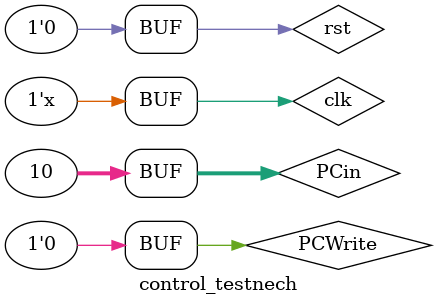
<source format=v>
module control (
	input clk,
	input rst,

	// Valores para controle de PC
	output PCWrite,
	input [31:0] PCin,
	output [31:0] PCout

);
	assign resetPC = rst; 
	
	Registrador PC(clk, resetPC, PCWrite, PCin, PCout);
	
endmodule

module control_testnech();
	//create a clock signal
	reg clk;
	reg rst;
	reg [31:0] PCin;
	wire [31:0] PCout;
	reg PCWrite;
	always #10 clk = ~clk;

	initial begin
		clk = 0;
		rst = 0;
		PCin = 0;
		PCWrite = 0;
		#100;
		PCin = 10;
		PCWrite = 1;
		#100
		PCWrite = 0;
	end
	control DUT(clk, rst, PCWrite, PCin, PCout);
	
endmodule

</source>
